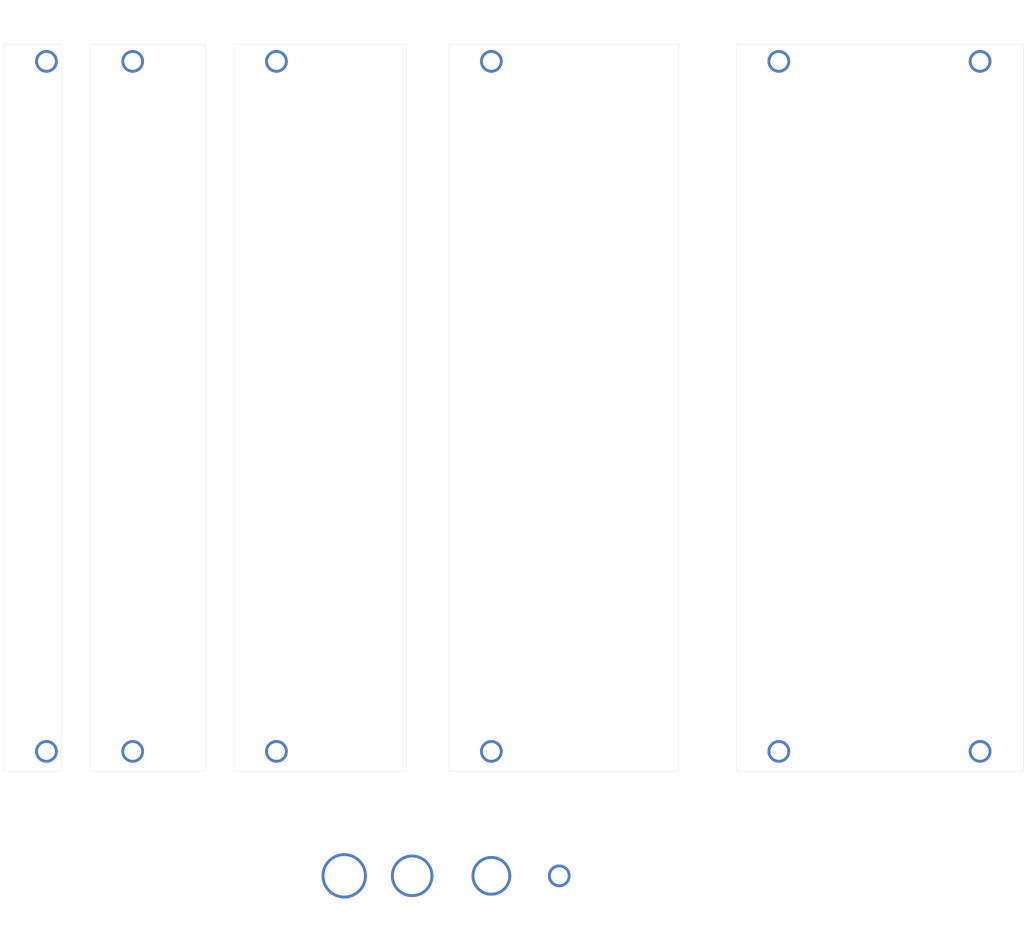
<source format=kicad_pcb>
(kicad_pcb
	(version 20240108)
	(generator "pcbnew")
	(generator_version "8.0")
	(general
		(thickness 1.6)
		(legacy_teardrops no)
	)
	(paper "A4")
	(layers
		(0 "F.Cu" signal)
		(31 "B.Cu" signal)
		(32 "B.Adhes" user "B.Adhesive")
		(33 "F.Adhes" user "F.Adhesive")
		(34 "B.Paste" user)
		(35 "F.Paste" user)
		(36 "B.SilkS" user "B.Silkscreen")
		(37 "F.SilkS" user "F.Silkscreen")
		(38 "B.Mask" user)
		(39 "F.Mask" user)
		(40 "Dwgs.User" user "User.Drawings")
		(41 "Cmts.User" user "User.Comments")
		(42 "Eco1.User" user "User.Eco1")
		(43 "Eco2.User" user "User.Eco2")
		(44 "Edge.Cuts" user)
		(45 "Margin" user)
		(46 "B.CrtYd" user "B.Courtyard")
		(47 "F.CrtYd" user "F.Courtyard")
		(48 "B.Fab" user)
		(49 "F.Fab" user)
		(50 "User.1" user)
		(51 "User.2" user)
		(52 "User.3" user)
		(53 "User.4" user)
		(54 "User.5" user)
		(55 "User.6" user)
		(56 "User.7" user)
		(57 "User.8" user)
		(58 "User.9" user)
	)
	(setup
		(pad_to_mask_clearance 0)
		(allow_soldermask_bridges_in_footprints no)
		(grid_origin 106.64 39.75)
		(pcbplotparams
			(layerselection 0x00010fc_ffffffff)
			(plot_on_all_layers_selection 0x0000000_00000000)
			(disableapertmacros no)
			(usegerberextensions no)
			(usegerberattributes yes)
			(usegerberadvancedattributes yes)
			(creategerberjobfile yes)
			(dashed_line_dash_ratio 12.000000)
			(dashed_line_gap_ratio 3.000000)
			(svgprecision 4)
			(plotframeref no)
			(viasonmask no)
			(mode 1)
			(useauxorigin no)
			(hpglpennumber 1)
			(hpglpenspeed 20)
			(hpglpendiameter 15.000000)
			(pdf_front_fp_property_popups yes)
			(pdf_back_fp_property_popups yes)
			(dxfpolygonmode yes)
			(dxfimperialunits yes)
			(dxfusepcbnewfont yes)
			(psnegative no)
			(psa4output no)
			(plotreference yes)
			(plotvalue yes)
			(plotfptext yes)
			(plotinvisibletext no)
			(sketchpadsonfab no)
			(subtractmaskfromsilk no)
			(outputformat 1)
			(mirror no)
			(drillshape 1)
			(scaleselection 1)
			(outputdirectory "")
		)
	)
	(net 0 "")
	(gr_rect
		(start 61.16 36.75)
		(end 91.64 165.25)
		(stroke
			(width 0.05)
			(type default)
		)
		(fill none)
		(layer "Edge.Cuts")
		(uuid "30d81fdc-c07a-4192-ab6a-e1b7195a6c0e")
	)
	(gr_rect
		(start 20.52 36.75)
		(end 30.68 165.25)
		(stroke
			(width 0.05)
			(type default)
		)
		(fill none)
		(layer "Edge.Cuts")
		(uuid "380d254c-a576-4330-a3f3-c5472814e5db")
	)
	(gr_rect
		(start 99.14 36.75)
		(end 139.78 165.25)
		(stroke
			(width 0.05)
			(type default)
		)
		(fill none)
		(layer "Edge.Cuts")
		(uuid "5524d9a1-24d9-441e-a2a3-a865770b62a4")
	)
	(gr_rect
		(start 149.94 36.75)
		(end 200.74 165.25)
		(stroke
			(width 0.05)
			(type default)
		)
		(fill none)
		(layer "Edge.Cuts")
		(uuid "bfe46301-5803-4d08-87f5-a12a7c3db766")
	)
	(gr_rect
		(start 35.76 36.75)
		(end 56.08 165.25)
		(stroke
			(width 0.05)
			(type default)
		)
		(fill none)
		(layer "Edge.Cuts")
		(uuid "cdf7d1d7-3170-4cc6-ae0f-d6b36cac0be5")
	)
	(gr_text "Poti"
		(at 80.64 189.75 0)
		(layer "User.6")
		(uuid "194a4c39-d281-4d84-81b6-72d181bc06c0")
		(effects
			(font
				(size 1 1)
				(thickness 0.15)
			)
		)
	)
	(gr_text "Mounting Hole"
		(at 118.64 189.75 0)
		(layer "User.6")
		(uuid "27a6fe43-037b-4160-8fd1-5e93f3752d01")
		(effects
			(font
				(size 1 1)
				(thickness 0.15)
			)
		)
	)
	(gr_text "Jack"
		(at 106.64 189.75 0)
		(layer "User.6")
		(uuid "27f23859-be44-4fa5-8acb-f74a858e0976")
		(effects
			(font
				(size 1 1)
				(thickness 0.15)
			)
		)
	)
	(gr_text "LED"
		(at 118.64 191.75 0)
		(layer "User.6")
		(uuid "46e92b55-0042-4b5c-a17b-022ee2eaf09c")
		(effects
			(font
				(size 1 1)
				(thickness 0.15)
			)
		)
	)
	(gr_text "2HP"
		(at 25.64 29.75 0)
		(layer "User.6")
		(uuid "4eb2198d-b03b-4f01-852e-8e90ae7694d8")
		(effects
			(font
				(size 1 1)
				(thickness 0.15)
			)
		)
	)
	(gr_text "4HP\n"
		(at 44.64 29.75 0)
		(layer "User.6")
		(uuid "7754455c-345d-46f0-90f7-19cf814cb1eb")
		(effects
			(font
				(size 1 1)
				(thickness 0.15)
			)
		)
	)
	(gr_text "MiniSwitch"
		(at 92.64 189.75 0)
		(layer "User.6")
		(uuid "78e04833-8a9c-47ea-b91f-e15a6aa08214")
		(effects
			(font
				(size 1 1)
				(thickness 0.15)
			)
		)
	)
	(gr_text "10HP\n"
		(at 176.64 29.75 0)
		(layer "User.6")
		(uuid "96ae29b0-e78e-42d6-bac5-4704eea54d0f")
		(effects
			(font
				(size 1 1)
				(thickness 0.15)
			)
		)
	)
	(gr_text "6HP\n"
		(at 76.64 29.75 0)
		(layer "User.6")
		(uuid "9a20182c-f0e6-43b5-aa2a-8fcf3a435aff")
		(effects
			(font
				(size 1 1)
				(thickness 0.15)
			)
		)
	)
	(gr_text "8HP\n"
		(at 120.64 29.75 0)
		(layer "User.6")
		(uuid "bec64a9c-fa60-44e5-8d2e-1fc08a102f3d")
		(effects
			(font
				(size 1 1)
				(thickness 0.15)
			)
		)
	)
	(dimension
		(type aligned)
		(layer "User.6")
		(uuid "271d8b0a-e538-4046-abcf-00c60daa10c4")
		(pts
			(xy 35.76 165.25) (xy 35.76 161.75)
		)
		(height 12)
		(gr_text "3,5000 mm"
			(at 46.61 163.5 90)
			(layer "User.6")
			(uuid "271d8b0a-e538-4046-abcf-00c60daa10c4")
			(effects
				(font
					(size 1 1)
					(thickness 0.15)
				)
			)
		)
		(format
			(prefix "")
			(suffix "")
			(units 3)
			(units_format 1)
			(precision 4)
		)
		(style
			(thickness 0.1)
			(arrow_length 1.27)
			(text_position_mode 0)
			(extension_height 0.58642)
			(extension_offset 0.5) keep_text_aligned)
	)
	(dimension
		(type aligned)
		(layer "User.6")
		(uuid "32ee59ab-7605-4fb0-a2fd-6c2edb6295da")
		(pts
			(xy 99.14 165.25) (xy 106.64 165.25)
		)
		(height -129.5)
		(gr_text "7,5000 mm"
			(at 102.89 34.6 0)
			(layer "User.6")
			(uuid "32ee59ab-7605-4fb0-a2fd-6c2edb6295da")
			(effects
				(font
					(size 1 1)
					(thickness 0.15)
				)
			)
		)
		(format
			(prefix "")
			(suffix "")
			(units 3)
			(units_format 1)
			(precision 4)
		)
		(style
			(thickness 0.1)
			(arrow_length 1.27)
			(text_position_mode 0)
			(extension_height 0.58642)
			(extension_offset 0.5) keep_text_aligned)
	)
	(dimension
		(type aligned)
		(layer "User.6")
		(uuid "3e679b12-0c1f-481a-b4f8-94e679a633d0")
		(pts
			(xy 99.14 165.25) (xy 99.14 161.75)
		)
		(height 12)
		(gr_text "3,5000 mm"
			(at 109.99 163.5 90)
			(layer "User.6")
			(uuid "3e679b12-0c1f-481a-b4f8-94e679a633d0")
			(effects
				(font
					(size 1 1)
					(thickness 0.15)
				)
			)
		)
		(format
			(prefix "")
			(suffix "")
			(units 3)
			(units_format 1)
			(precision 4)
		)
		(style
			(thickness 0.1)
			(arrow_length 1.27)
			(text_position_mode 0)
			(extension_height 0.58642)
			(extension_offset 0.5) keep_text_aligned)
	)
	(dimension
		(type aligned)
		(layer "User.6")
		(uuid "491c71ad-b0a3-4e56-9038-ab6c92b9b92d")
		(pts
			(xy 149.94 165.25) (xy 157.44 165.25)
		)
		(height -129.5)
		(gr_text "7,5000 mm"
			(at 153.69 34.6 0)
			(layer "User.6")
			(uuid "491c71ad-b0a3-4e56-9038-ab6c92b9b92d")
			(effects
				(font
					(size 1 1)
					(thickness 0.15)
				)
			)
		)
		(format
			(prefix "")
			(suffix "")
			(units 3)
			(units_format 1)
			(precision 4)
		)
		(style
			(thickness 0.1)
			(arrow_length 1.27)
			(text_position_mode 0)
			(extension_height 0.58642)
			(extension_offset 0.5) keep_text_aligned)
	)
	(dimension
		(type aligned)
		(layer "User.6")
		(uuid "4e94b04c-fde4-4cfb-925f-e77c7bc40d83")
		(pts
			(xy 20.52 165.25) (xy 20.52 161.75)
		)
		(height 12)
		(gr_text "3,5000 mm"
			(at 31.37 163.5 90)
			(layer "User.6")
			(uuid "4e94b04c-fde4-4cfb-925f-e77c7bc40d83")
			(effects
				(font
					(size 1 1)
					(thickness 0.15)
				)
			)
		)
		(format
			(prefix "")
			(suffix "")
			(units 3)
			(units_format 1)
			(precision 4)
		)
		(style
			(thickness 0.1)
			(arrow_length 1.27)
			(text_position_mode 0)
			(extension_height 0.58642)
			(extension_offset 0.5) keep_text_aligned)
	)
	(dimension
		(type aligned)
		(layer "User.6")
		(uuid "52303524-b943-45dc-ab07-c5a55e039b71")
		(pts
			(xy 149.94 36.75) (xy 149.94 39.75)
		)
		(height -12.5)
		(gr_text "3,0000 mm"
			(at 161.29 38.25 90)
			(layer "User.6")
			(uuid "52303524-b943-45dc-ab07-c5a55e039b71")
			(effects
				(font
					(size 1 1)
					(thickness 0.15)
				)
			)
		)
		(format
			(prefix "")
			(suffix "")
			(units 3)
			(units_format 1)
			(precision 4)
		)
		(style
			(thickness 0.1)
			(arrow_length 1.27)
			(text_position_mode 0)
			(extension_height 0.58642)
			(extension_offset 0.5) keep_text_aligned)
	)
	(dimension
		(type aligned)
		(layer "User.6")
		(uuid "54398f1d-3be3-42cd-b2c0-b1d9208b468d")
		(pts
			(xy 20.52 36.75) (xy 20.52 39.75)
		)
		(height -12.5)
		(gr_text "3,0000 mm"
			(at 31.87 38.25 90)
			(layer "User.6")
			(uuid "54398f1d-3be3-42cd-b2c0-b1d9208b468d")
			(effects
				(font
					(size 1 1)
					(thickness 0.15)
				)
			)
		)
		(format
			(prefix "")
			(suffix "")
			(units 3)
			(units_format 1)
			(precision 4)
		)
		(style
			(thickness 0.1)
			(arrow_length 1.27)
			(text_position_mode 0)
			(extension_height 0.58642)
			(extension_offset 0.5) keep_text_aligned)
	)
	(dimension
		(type aligned)
		(layer "User.6")
		(uuid "57c171e1-2c2a-40e0-8c8a-5e783c184abd")
		(pts
			(xy 61.16 36.75) (xy 61.16 39.75)
		)
		(height -12.5)
		(gr_text "3,0000 mm"
			(at 72.51 38.25 90)
			(layer "User.6")
			(uuid "57c171e1-2c2a-40e0-8c8a-5e783c184abd")
			(effects
				(font
					(size 1 1)
					(thickness 0.15)
				)
			)
		)
		(format
			(prefix "")
			(suffix "")
			(units 3)
			(units_format 1)
			(precision 4)
		)
		(style
			(thickness 0.1)
			(arrow_length 1.27)
			(text_position_mode 0)
			(extension_height 0.58642)
			(extension_offset 0.5) keep_text_aligned)
	)
	(dimension
		(type aligned)
		(layer "User.6")
		(uuid "57f706c3-1b9d-4757-959e-cde0883bf490")
		(pts
			(xy 20.52 165.25) (xy 28.02 165.25)
		)
		(height -129.5)
		(gr_text "7,5000 mm"
			(at 24.27 34.6 0)
			(layer "User.6")
			(uuid "57f706c3-1b9d-4757-959e-cde0883bf490")
			(effects
				(font
					(size 1 1)
					(thickness 0.15)
				)
			)
		)
		(format
			(prefix "")
			(suffix "")
			(units 3)
			(units_format 1)
			(precision 4)
		)
		(style
			(thickness 0.1)
			(arrow_length 1.27)
			(text_position_mode 0)
			(extension_height 0.58642)
			(extension_offset 0.5) keep_text_aligned)
	)
	(dimension
		(type aligned)
		(layer "User.6")
		(uuid "76902490-56f8-4786-b620-dd4b217ae94d")
		(pts
			(xy 61.16 165.25) (xy 68.66 165.25)
		)
		(height -129.5)
		(gr_text "7,5000 mm"
			(at 64.91 34.6 0)
			(layer "User.6")
			(uuid "76902490-56f8-4786-b620-dd4b217ae94d")
			(effects
				(font
					(size 1 1)
					(thickness 0.15)
				)
			)
		)
		(format
			(prefix "")
			(suffix "")
			(units 3)
			(units_format 1)
			(precision 4)
		)
		(style
			(thickness 0.1)
			(arrow_length 1.27)
			(text_position_mode 0)
			(extension_height 0.58642)
			(extension_offset 0.5) keep_text_aligned)
	)
	(dimension
		(type aligned)
		(layer "User.6")
		(uuid "9701ab0d-acf1-497c-8377-910305eac21f")
		(pts
			(xy 99.14 36.75) (xy 99.14 39.75)
		)
		(height -12.5)
		(gr_text "3,0000 mm"
			(at 110.49 38.25 90)
			(layer "User.6")
			(uuid "9701ab0d-acf1-497c-8377-910305eac21f")
			(effects
				(font
					(size 1 1)
					(thickness 0.15)
				)
			)
		)
		(format
			(prefix "")
			(suffix "")
			(units 3)
			(units_format 1)
			(precision 4)
		)
		(style
			(thickness 0.1)
			(arrow_length 1.27)
			(text_position_mode 0)
			(extension_height 0.58642)
			(extension_offset 0.5) keep_text_aligned)
	)
	(dimension
		(type aligned)
		(layer "User.6")
		(uuid "b38aa186-9f38-4237-8f53-a0e775ab012a")
		(pts
			(xy 35.76 165.25) (xy 43.26 165.25)
		)
		(height -129.5)
		(gr_text "7,5000 mm"
			(at 39.51 34.6 0)
			(layer "User.6")
			(uuid "b38aa186-9f38-4237-8f53-a0e775ab012a")
			(effects
				(font
					(size 1 1)
					(thickness 0.15)
				)
			)
		)
		(format
			(prefix "")
			(suffix "")
			(units 3)
			(units_format 1)
			(precision 4)
		)
		(style
			(thickness 0.1)
			(arrow_length 1.27)
			(text_position_mode 0)
			(extension_height 0.58642)
			(extension_offset 0.5) keep_text_aligned)
	)
	(dimension
		(type aligned)
		(layer "User.6")
		(uuid "b7079e72-2976-438c-896d-e9c04e8314d0")
		(pts
			(xy 61.16 165.25) (xy 61.16 161.75)
		)
		(height 12)
		(gr_text "3,5000 mm"
			(at 72.01 163.5 90)
			(layer "User.6")
			(uuid "b7079e72-2976-438c-896d-e9c04e8314d0")
			(effects
				(font
					(size 1 1)
					(thickness 0.15)
				)
			)
		)
		(format
			(prefix "")
			(suffix "")
			(units 3)
			(units_format 1)
			(precision 4)
		)
		(style
			(thickness 0.1)
			(arrow_length 1.27)
			(text_position_mode 0)
			(extension_height 0.58642)
			(extension_offset 0.5) keep_text_aligned)
	)
	(dimension
		(type aligned)
		(layer "User.6")
		(uuid "c6e6c7e4-ccec-4523-8a29-6c1cdb475e37")
		(pts
			(xy 149.94 165.25) (xy 149.94 161.75)
		)
		(height 12)
		(gr_text "3,5000 mm"
			(at 160.79 163.5 90)
			(layer "User.6")
			(uuid "c6e6c7e4-ccec-4523-8a29-6c1cdb475e37")
			(effects
				(font
					(size 1 1)
					(thickness 0.15)
				)
			)
		)
		(format
			(prefix "")
			(suffix "")
			(units 3)
			(units_format 1)
			(precision 4)
		)
		(style
			(thickness 0.1)
			(arrow_length 1.27)
			(text_position_mode 0)
			(extension_height 0.58642)
			(extension_offset 0.5) keep_text_aligned)
	)
	(dimension
		(type aligned)
		(layer "User.6")
		(uuid "dbf2c3d1-3209-4f86-a558-0cdfe0f87bd3")
		(pts
			(xy 35.76 36.75) (xy 35.76 39.75)
		)
		(height -12.5)
		(gr_text "3,0000 mm"
			(at 47.11 38.25 90)
			(layer "User.6")
			(uuid "dbf2c3d1-3209-4f86-a558-0cdfe0f87bd3")
			(effects
				(font
					(size 1 1)
					(thickness 0.15)
				)
			)
		)
		(format
			(prefix "")
			(suffix "")
			(units 3)
			(units_format 1)
			(precision 4)
		)
		(style
			(thickness 0.1)
			(arrow_length 1.27)
			(text_position_mode 0)
			(extension_height 0.58642)
			(extension_offset 0.5) keep_text_aligned)
	)
	(via
		(at 43.26 161.75)
		(size 4)
		(drill 3)
		(layers "F.Cu" "B.Cu")
		(net 0)
		(uuid "1095e598-a8e0-4d6b-b15c-7ef567463c89")
	)
	(via
		(at 68.66 39.75)
		(size 4)
		(drill 3)
		(layers "F.Cu" "B.Cu")
		(net 0)
		(uuid "3416bc29-887b-4f9c-ae07-c6f4c2c23f9b")
	)
	(via
		(at 157.44 161.75)
		(size 4)
		(drill 3)
		(layers "F.Cu" "B.Cu")
		(net 0)
		(uuid "4bdb511a-ad6e-4981-8665-8c72e5485f32")
	)
	(via
		(at 28.02 39.75)
		(size 4)
		(drill 3)
		(layers "F.Cu" "B.Cu")
		(net 0)
		(uuid "4f4ee117-f17f-4220-9d9c-ced24f7952ec")
	)
	(via
		(at 106.64 161.75)
		(size 4)
		(drill 3)
		(layers "F.Cu" "B.Cu")
		(net 0)
		(uuid "66c494ea-45cd-490e-8f86-4bbd7282ad55")
	)
	(via
		(at 43.26 39.75)
		(size 4)
		(drill 3)
		(layers "F.Cu" "B.Cu")
		(net 0)
		(uuid "845224dd-a030-4b00-9461-4b0fb8b5a0c8")
	)
	(via
		(at 106.64 39.75)
		(size 4)
		(drill 3)
		(layers "F.Cu" "B.Cu")
		(net 0)
		(uuid "a40190ac-0002-4345-bfba-d75c18060f98")
	)
	(via
		(at 92.64 183.75)
		(size 7.5)
		(drill 6.5)
		(layers "F.Cu" "B.Cu")
		(free yes)
		(net 0)
		(uuid "a5165bc7-e0cc-4b73-9a40-7da05cb200ba")
	)
	(via
		(at 157.44 39.75)
		(size 4)
		(drill 3)
		(layers "F.Cu" "B.Cu")
		(net 0)
		(uuid "bf0a7cfe-ca78-414b-b2d4-18d5d787b688")
	)
	(via
		(at 68.66 161.75)
		(size 4)
		(drill 3)
		(layers "F.Cu" "B.Cu")
		(net 0)
		(uuid "d18c7477-e9a1-42a3-a60f-1986dd5a566f")
	)
	(via
		(at 193 161.75)
		(size 4)
		(drill 3)
		(layers "F.Cu" "B.Cu")
		(net 0)
		(uuid "d2d3dc8b-fa03-4ae0-9799-cf091beeaf16")
	)
	(via
		(at 118.640002 183.75)
		(size 4)
		(drill 3)
		(layers "F.Cu" "B.Cu")
		(net 0)
		(uuid "e590ca8b-190e-4d2a-b01d-88d3afe40db9")
	)
	(via
		(at 28.02 161.75)
		(size 4)
		(drill 3)
		(layers "F.Cu" "B.Cu")
		(net 0)
		(uuid "e5fdd685-654d-48a2-8986-fe9416399e8e")
	)
	(via
		(at 106.64 183.75)
		(size 7)
		(drill 6)
		(layers "F.Cu" "B.Cu")
		(free yes)
		(net 0)
		(uuid "e69ffe5b-b932-4d5d-b178-6b0e48f64cb0")
	)
	(via
		(at 193 39.75)
		(size 4)
		(drill 3)
		(layers "F.Cu" "B.Cu")
		(net 0)
		(uuid "f7513f7d-a41f-4d0e-9f2b-9f13bb0298f6")
	)
	(via
		(at 80.64 183.75)
		(size 8)
		(drill 7)
		(layers "F.Cu" "B.Cu")
		(free yes)
		(net 0)
		(uuid "f8d9807c-f679-4a08-9f60-5fc2c0e508d4")
	)
)
</source>
